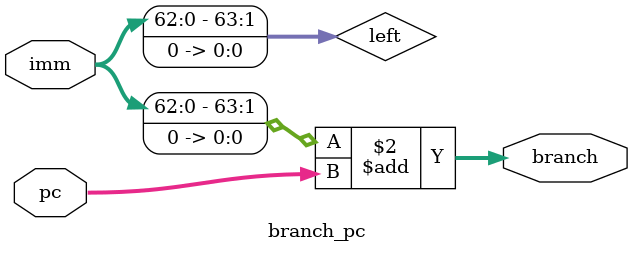
<source format=v>
module branch_pc(imm,pc,branch);
input [63:0] imm,pc;
output [63:0] branch;
wire [63:0] left;
assign left = imm<<1;
assign branch = left+pc;

endmodule
/*
module tb();
reg [63:0] imm,pc;
wire [63:0] branch;
 branch_pc p(imm,pc,branch);
 initial begin
     $monitor($time," . imm: %d,pc :%d ,output  :%d",imm,pc,branch);
     #5 imm=2;pc=20; 
     #5 imm=100;pc=40;
 end

endmodule
*/
</source>
